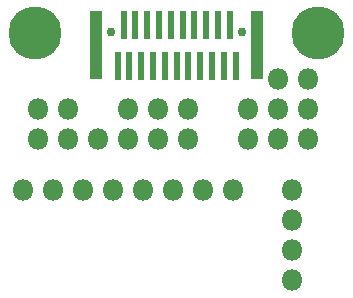
<source format=gbr>
%TF.GenerationSoftware,KiCad,Pcbnew,(6.0.0-0)*%
%TF.CreationDate,2023-03-06T19:24:07-05:00*%
%TF.ProjectId,module_dev3,6d6f6475-6c65-45f6-9465-76332e6b6963,rev?*%
%TF.SameCoordinates,Original*%
%TF.FileFunction,Soldermask,Bot*%
%TF.FilePolarity,Negative*%
%FSLAX46Y46*%
G04 Gerber Fmt 4.6, Leading zero omitted, Abs format (unit mm)*
G04 Created by KiCad (PCBNEW (6.0.0-0)) date 2023-03-06 19:24:07*
%MOMM*%
%LPD*%
G01*
G04 APERTURE LIST*
%ADD10C,4.500000*%
%ADD11O,1.800000X1.800000*%
%ADD12R,1.000000X5.850000*%
%ADD13C,0.760000*%
%ADD14R,0.610000X2.410000*%
G04 APERTURE END LIST*
D10*
%TO.C,H1*%
X95000000Y-64000000D03*
%TD*%
%TO.C,H2*%
X119000000Y-64000000D03*
%TD*%
D11*
%TO.C,J24*%
X97790000Y-72898000D03*
%TD*%
%TO.C,J25*%
X100330000Y-72898000D03*
%TD*%
%TO.C,J27*%
X95250000Y-70358000D03*
%TD*%
%TO.C,J28*%
X102870000Y-70358000D03*
%TD*%
%TO.C,J29*%
X97790000Y-70358000D03*
%TD*%
%TO.C,J32*%
X102870000Y-72898000D03*
%TD*%
%TO.C,J13*%
X115570000Y-72898000D03*
%TD*%
%TO.C,J14*%
X113030000Y-70358000D03*
%TD*%
%TO.C,J15*%
X113030000Y-72898000D03*
%TD*%
%TO.C,J16*%
X105410000Y-70358000D03*
%TD*%
%TO.C,J18*%
X105410000Y-72898000D03*
%TD*%
%TO.C,J19*%
X107950000Y-72898000D03*
%TD*%
%TO.C,J17*%
X107950000Y-70358000D03*
%TD*%
%TO.C,J22*%
X118110000Y-70358000D03*
%TD*%
%TO.C,J31*%
X118110000Y-67818000D03*
%TD*%
%TO.C,J26*%
X95250000Y-72898000D03*
%TD*%
%TO.C,J21*%
X115570000Y-70358000D03*
%TD*%
%TO.C,J30*%
X115570000Y-67818000D03*
%TD*%
%TO.C,J12*%
X118110000Y-72898000D03*
%TD*%
%TO.C,J3*%
X116800000Y-77280000D03*
X116800000Y-79820000D03*
X116800000Y-82360000D03*
X116800000Y-84900000D03*
%TD*%
%TO.C,J4*%
X93980000Y-77216000D03*
X96520000Y-77216000D03*
X99060000Y-77216000D03*
X101600000Y-77216000D03*
X104140000Y-77216000D03*
X106680000Y-77216000D03*
X109220000Y-77216000D03*
X111760000Y-77216000D03*
%TD*%
D12*
%TO.C,J1*%
X100173500Y-65000000D03*
X113826500Y-65000000D03*
D13*
X101475500Y-63900000D03*
X112524500Y-63900000D03*
D14*
X101996500Y-66720000D03*
X102996500Y-66720000D03*
X103996500Y-66720000D03*
X104996500Y-66720000D03*
X105996500Y-66720000D03*
X106996500Y-66720000D03*
X107996500Y-66720000D03*
X108996500Y-66720000D03*
X109996500Y-66720000D03*
X110996500Y-66720000D03*
X111996500Y-66720000D03*
X111496500Y-63280000D03*
X110496500Y-63280000D03*
X109496500Y-63280000D03*
X108496500Y-63280000D03*
X107496500Y-63280000D03*
X106496500Y-63280000D03*
X105496500Y-63280000D03*
X104496500Y-63280000D03*
X103496500Y-63320000D03*
X102496500Y-63320000D03*
%TD*%
M02*

</source>
